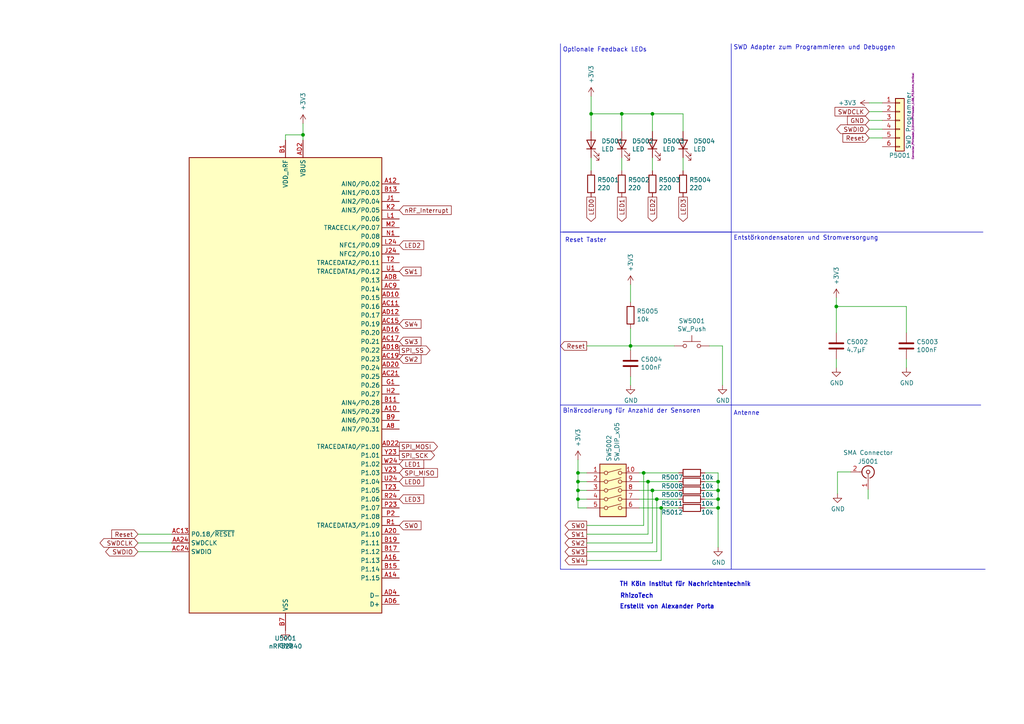
<source format=kicad_sch>
(kicad_sch (version 20200618) (host eeschema "(5.99.0-2142-ge9b99cc8b)")

  (page 1 8)

  (paper "A4")

  (title_block
    (title "Motherboard_Receiver_Shield_nRF52840")
    (date "lun. 30 mars 2015")
  )

  (lib_symbols
    (symbol "Connector:Conn_Coaxial" (pin_names hide)
      (property "Reference" "J" (id 0) (at 0.254 3.048 0)
        (effects (font (size 1.27 1.27)))
      )
      (property "Value" "Conn_Coaxial" (id 1) (at 2.921 0 90)
        (effects (font (size 1.27 1.27)))
      )
      (property "Footprint" "" (id 2) (at 0 0 0)
        (effects (font (size 1.27 1.27)) hide)
      )
      (property "Datasheet" " ~" (id 3) (at 0 0 0)
        (effects (font (size 1.27 1.27)) hide)
      )
      (property "ki_keywords" "BNC SMA SMB SMC coaxial connector CINCH RCA" (id 4) (at 0 0 0)
        (effects (font (size 1.27 1.27)) hide)
      )
      (property "ki_description" "coaxial connector (BNC, SMA, SMB, SMC, Cinch/RCA, ...)" (id 5) (at 0 0 0)
        (effects (font (size 1.27 1.27)) hide)
      )
      (property "ki_fp_filters" "*BNC*\n*SMA*\n*SMB*\n*SMC*\n*Cinch*" (id 6) (at 0 0 0)
        (effects (font (size 1.27 1.27)) hide)
      )
      (symbol "Conn_Coaxial_0_1"
        (arc (start -1.778 0.508) (end 1.778 0) (radius (at -0.0508 0) (length 1.8034) (angles 163.6 0))
          (stroke (width 0.254)) (fill (type none))
        )
        (arc (start 1.778 0) (end -1.778 -0.508) (radius (at -0.0254 0) (length 1.8034) (angles 0 -163.8))
          (stroke (width 0.254)) (fill (type none))
        )
        (circle (center 0 0) (radius 0.508) (stroke (width 0.2032)) (fill (type none)))
        (polyline
          (pts (xy -2.54 0) (xy -0.508 0))
          (stroke (width 0)) (fill (type none))
        )
        (polyline
          (pts (xy 0 -2.54) (xy 0 -1.778))
          (stroke (width 0)) (fill (type none))
        )
      )
      (symbol "Conn_Coaxial_1_1"
        (pin passive line (at -5.08 0 0) (length 2.54)
          (name "In" (effects (font (size 1.27 1.27))))
          (number "1" (effects (font (size 1.27 1.27))))
        )
        (pin passive line (at 0 -5.08 90) (length 2.54)
          (name "Ext" (effects (font (size 1.27 1.27))))
          (number "2" (effects (font (size 1.27 1.27))))
        )
      )
    )
    (symbol "Connector_Generic:Conn_01x06" (pin_names hide)
      (property "Reference" "J" (id 0) (at 0 7.62 0)
        (effects (font (size 1.27 1.27)))
      )
      (property "Value" "Conn_01x06" (id 1) (at 0 -10.16 0)
        (effects (font (size 1.27 1.27)))
      )
      (property "Footprint" "" (id 2) (at 0 0 0)
        (effects (font (size 1.27 1.27)) hide)
      )
      (property "Datasheet" "~" (id 3) (at 0 0 0)
        (effects (font (size 1.27 1.27)) hide)
      )
      (property "ki_keywords" "connector" (id 4) (at 0 0 0)
        (effects (font (size 1.27 1.27)) hide)
      )
      (property "ki_description" "Generic connector, single row, 01x06, script generated (kicad-library-utils/schlib/autogen/connector/)" (id 5) (at 0 0 0)
        (effects (font (size 1.27 1.27)) hide)
      )
      (property "ki_fp_filters" "Connector*:*_1x??_*" (id 6) (at 0 0 0)
        (effects (font (size 1.27 1.27)) hide)
      )
      (symbol "Conn_01x06_1_1"
        (rectangle (start -1.27 -4.953) (end 0 -5.207)
          (stroke (width 0.1524)) (fill (type none))
        )
        (rectangle (start -1.27 -7.493) (end 0 -7.747)
          (stroke (width 0.1524)) (fill (type none))
        )
        (rectangle (start -1.27 -2.413) (end 0 -2.667)
          (stroke (width 0.1524)) (fill (type none))
        )
        (rectangle (start -1.27 2.667) (end 0 2.413)
          (stroke (width 0.1524)) (fill (type none))
        )
        (rectangle (start -1.27 5.207) (end 0 4.953)
          (stroke (width 0.1524)) (fill (type none))
        )
        (rectangle (start -1.27 6.35) (end 1.27 -8.89)
          (stroke (width 0.254)) (fill (type background))
        )
        (rectangle (start -1.27 0.127) (end 0 -0.127)
          (stroke (width 0.1524)) (fill (type none))
        )
        (pin passive line (at -5.08 5.08 0) (length 3.81)
          (name "Pin_1" (effects (font (size 1.27 1.27))))
          (number "1" (effects (font (size 1.27 1.27))))
        )
        (pin passive line (at -5.08 2.54 0) (length 3.81)
          (name "Pin_2" (effects (font (size 1.27 1.27))))
          (number "2" (effects (font (size 1.27 1.27))))
        )
        (pin passive line (at -5.08 0 0) (length 3.81)
          (name "Pin_3" (effects (font (size 1.27 1.27))))
          (number "3" (effects (font (size 1.27 1.27))))
        )
        (pin passive line (at -5.08 -2.54 0) (length 3.81)
          (name "Pin_4" (effects (font (size 1.27 1.27))))
          (number "4" (effects (font (size 1.27 1.27))))
        )
        (pin passive line (at -5.08 -5.08 0) (length 3.81)
          (name "Pin_5" (effects (font (size 1.27 1.27))))
          (number "5" (effects (font (size 1.27 1.27))))
        )
        (pin passive line (at -5.08 -7.62 0) (length 3.81)
          (name "Pin_6" (effects (font (size 1.27 1.27))))
          (number "6" (effects (font (size 1.27 1.27))))
        )
      )
    )
    (symbol "Device:C" (pin_numbers hide) (pin_names (offset 0.254))
      (property "Reference" "C" (id 0) (at 0.635 2.54 0)
        (effects (font (size 1.27 1.27)) (justify left))
      )
      (property "Value" "C" (id 1) (at 0.635 -2.54 0)
        (effects (font (size 1.27 1.27)) (justify left))
      )
      (property "Footprint" "" (id 2) (at 0.9652 -3.81 0)
        (effects (font (size 1.27 1.27)) hide)
      )
      (property "Datasheet" "~" (id 3) (at 0 0 0)
        (effects (font (size 1.27 1.27)) hide)
      )
      (property "ki_keywords" "cap capacitor" (id 4) (at 0 0 0)
        (effects (font (size 1.27 1.27)) hide)
      )
      (property "ki_description" "Unpolarized capacitor" (id 5) (at 0 0 0)
        (effects (font (size 1.27 1.27)) hide)
      )
      (property "ki_fp_filters" "C_*" (id 6) (at 0 0 0)
        (effects (font (size 1.27 1.27)) hide)
      )
      (symbol "C_0_1"
        (polyline
          (pts (xy -2.032 -0.762) (xy 2.032 -0.762))
          (stroke (width 0.508)) (fill (type none))
        )
        (polyline
          (pts (xy -2.032 0.762) (xy 2.032 0.762))
          (stroke (width 0.508)) (fill (type none))
        )
      )
      (symbol "C_1_1"
        (pin passive line (at 0 3.81 270) (length 2.794)
          (name "~" (effects (font (size 1.27 1.27))))
          (number "1" (effects (font (size 1.27 1.27))))
        )
        (pin passive line (at 0 -3.81 90) (length 2.794)
          (name "~" (effects (font (size 1.27 1.27))))
          (number "2" (effects (font (size 1.27 1.27))))
        )
      )
    )
    (symbol "Device:LED" (pin_numbers hide) (pin_names hide)
      (property "Reference" "D" (id 0) (at 0 2.54 0)
        (effects (font (size 1.27 1.27)))
      )
      (property "Value" "LED" (id 1) (at 0 -2.54 0)
        (effects (font (size 1.27 1.27)))
      )
      (property "Footprint" "" (id 2) (at 0 0 0)
        (effects (font (size 1.27 1.27)) hide)
      )
      (property "Datasheet" "~" (id 3) (at 0 0 0)
        (effects (font (size 1.27 1.27)) hide)
      )
      (property "ki_keywords" "LED diode" (id 4) (at 0 0 0)
        (effects (font (size 1.27 1.27)) hide)
      )
      (property "ki_description" "Light emitting diode" (id 5) (at 0 0 0)
        (effects (font (size 1.27 1.27)) hide)
      )
      (property "ki_fp_filters" "LED*\nLED_SMD:*\nLED_THT:*" (id 6) (at 0 0 0)
        (effects (font (size 1.27 1.27)) hide)
      )
      (symbol "LED_0_1"
        (polyline
          (pts (xy -1.27 -1.27) (xy -1.27 1.27))
          (stroke (width 0.254)) (fill (type none))
        )
        (polyline
          (pts (xy -1.27 0) (xy 1.27 0))
          (stroke (width 0)) (fill (type none))
        )
        (polyline
          (pts (xy 1.27 -1.27) (xy 1.27 1.27) (xy -1.27 0) (xy 1.27 -1.27))
          (stroke (width 0.254)) (fill (type none))
        )
        (polyline
          (pts (xy -3.048 -0.762) (xy -4.572 -2.286) (xy -3.81 -2.286) (xy -4.572 -2.286)
               (xy -4.572 -1.524)
          )
          (stroke (width 0)) (fill (type none))
        )
        (polyline
          (pts (xy -1.778 -0.762) (xy -3.302 -2.286) (xy -2.54 -2.286) (xy -3.302 -2.286)
               (xy -3.302 -1.524)
          )
          (stroke (width 0)) (fill (type none))
        )
      )
      (symbol "LED_1_1"
        (pin passive line (at -3.81 0 0) (length 2.54)
          (name "K" (effects (font (size 1.27 1.27))))
          (number "1" (effects (font (size 1.27 1.27))))
        )
        (pin passive line (at 3.81 0 180) (length 2.54)
          (name "A" (effects (font (size 1.27 1.27))))
          (number "2" (effects (font (size 1.27 1.27))))
        )
      )
    )
    (symbol "Device:R" (pin_numbers hide) (pin_names (offset 0))
      (property "Reference" "R" (id 0) (at 2.032 0 90)
        (effects (font (size 1.27 1.27)))
      )
      (property "Value" "R" (id 1) (at 0 0 90)
        (effects (font (size 1.27 1.27)))
      )
      (property "Footprint" "" (id 2) (at -1.778 0 90)
        (effects (font (size 1.27 1.27)) hide)
      )
      (property "Datasheet" "~" (id 3) (at 0 0 0)
        (effects (font (size 1.27 1.27)) hide)
      )
      (property "ki_keywords" "R res resistor" (id 4) (at 0 0 0)
        (effects (font (size 1.27 1.27)) hide)
      )
      (property "ki_description" "Resistor" (id 5) (at 0 0 0)
        (effects (font (size 1.27 1.27)) hide)
      )
      (property "ki_fp_filters" "R_*" (id 6) (at 0 0 0)
        (effects (font (size 1.27 1.27)) hide)
      )
      (symbol "R_0_1"
        (rectangle (start -1.016 -2.54) (end 1.016 2.54)
          (stroke (width 0.254)) (fill (type none))
        )
      )
      (symbol "R_1_1"
        (pin passive line (at 0 3.81 270) (length 1.27)
          (name "~" (effects (font (size 1.27 1.27))))
          (number "1" (effects (font (size 1.27 1.27))))
        )
        (pin passive line (at 0 -3.81 90) (length 1.27)
          (name "~" (effects (font (size 1.27 1.27))))
          (number "2" (effects (font (size 1.27 1.27))))
        )
      )
    )
    (symbol "Switch:SW_DIP_x05" (pin_names (offset 0) hide)
      (property "Reference" "SW" (id 0) (at 0 8.89 0)
        (effects (font (size 1.27 1.27)))
      )
      (property "Value" "SW_DIP_x05" (id 1) (at 0 -8.89 0)
        (effects (font (size 1.27 1.27)))
      )
      (property "Footprint" "" (id 2) (at 0 0 0)
        (effects (font (size 1.27 1.27)) hide)
      )
      (property "Datasheet" "~" (id 3) (at 0 0 0)
        (effects (font (size 1.27 1.27)) hide)
      )
      (property "ki_keywords" "dip switch" (id 4) (at 0 0 0)
        (effects (font (size 1.27 1.27)) hide)
      )
      (property "ki_description" "5x DIP Switch, Single Pole Single Throw (SPST) switch, small symbol" (id 5) (at 0 0 0)
        (effects (font (size 1.27 1.27)) hide)
      )
      (property "ki_fp_filters" "SW?DIP?x5*" (id 6) (at 0 0 0)
        (effects (font (size 1.27 1.27)) hide)
      )
      (symbol "SW_DIP_x05_0_0"
        (circle (center -2.032 -5.08) (radius 0.508) (stroke (width 0)) (fill (type none)))
        (circle (center -2.032 -2.54) (radius 0.508) (stroke (width 0)) (fill (type none)))
        (circle (center -2.032 0) (radius 0.508) (stroke (width 0)) (fill (type none)))
        (circle (center -2.032 2.54) (radius 0.508) (stroke (width 0)) (fill (type none)))
        (circle (center -2.032 5.08) (radius 0.508) (stroke (width 0)) (fill (type none)))
        (circle (center 2.032 -5.08) (radius 0.508) (stroke (width 0)) (fill (type none)))
        (circle (center 2.032 -2.54) (radius 0.508) (stroke (width 0)) (fill (type none)))
        (circle (center 2.032 0) (radius 0.508) (stroke (width 0)) (fill (type none)))
        (circle (center 2.032 2.54) (radius 0.508) (stroke (width 0)) (fill (type none)))
        (circle (center 2.032 5.08) (radius 0.508) (stroke (width 0)) (fill (type none)))
        (polyline
          (pts (xy -1.524 -4.9276) (xy 2.3622 -3.8862))
          (stroke (width 0)) (fill (type none))
        )
        (polyline
          (pts (xy -1.524 -2.3876) (xy 2.3622 -1.3462))
          (stroke (width 0)) (fill (type none))
        )
        (polyline
          (pts (xy -1.524 0.127) (xy 2.3622 1.1684))
          (stroke (width 0)) (fill (type none))
        )
        (polyline
          (pts (xy -1.524 2.667) (xy 2.3622 3.7084))
          (stroke (width 0)) (fill (type none))
        )
        (polyline
          (pts (xy -1.524 5.207) (xy 2.3622 6.2484))
          (stroke (width 0)) (fill (type none))
        )
      )
      (symbol "SW_DIP_x05_0_1"
        (rectangle (start -3.81 7.62) (end 3.81 -7.62)
          (stroke (width 0.254)) (fill (type background))
        )
      )
      (symbol "SW_DIP_x05_1_1"
        (pin passive line (at -7.62 5.08 0) (length 5.08)
          (name "~" (effects (font (size 1.27 1.27))))
          (number "1" (effects (font (size 1.27 1.27))))
        )
        (pin passive line (at 7.62 5.08 180) (length 5.08)
          (name "~" (effects (font (size 1.27 1.27))))
          (number "10" (effects (font (size 1.27 1.27))))
        )
        (pin passive line (at -7.62 2.54 0) (length 5.08)
          (name "~" (effects (font (size 1.27 1.27))))
          (number "2" (effects (font (size 1.27 1.27))))
        )
        (pin passive line (at -7.62 0 0) (length 5.08)
          (name "~" (effects (font (size 1.27 1.27))))
          (number "3" (effects (font (size 1.27 1.27))))
        )
        (pin passive line (at -7.62 -2.54 0) (length 5.08)
          (name "~" (effects (font (size 1.27 1.27))))
          (number "4" (effects (font (size 1.27 1.27))))
        )
        (pin passive line (at -7.62 -5.08 0) (length 5.08)
          (name "~" (effects (font (size 1.27 1.27))))
          (number "5" (effects (font (size 1.27 1.27))))
        )
        (pin passive line (at 7.62 -5.08 180) (length 5.08)
          (name "~" (effects (font (size 1.27 1.27))))
          (number "6" (effects (font (size 1.27 1.27))))
        )
        (pin passive line (at 7.62 -2.54 180) (length 5.08)
          (name "~" (effects (font (size 1.27 1.27))))
          (number "7" (effects (font (size 1.27 1.27))))
        )
        (pin passive line (at 7.62 0 180) (length 5.08)
          (name "~" (effects (font (size 1.27 1.27))))
          (number "8" (effects (font (size 1.27 1.27))))
        )
        (pin passive line (at 7.62 2.54 180) (length 5.08)
          (name "~" (effects (font (size 1.27 1.27))))
          (number "9" (effects (font (size 1.27 1.27))))
        )
      )
    )
    (symbol "Switch:SW_Push" (pin_numbers hide) (pin_names hide)
      (property "Reference" "SW" (id 0) (at 1.27 2.54 0)
        (effects (font (size 1.27 1.27)) (justify left))
      )
      (property "Value" "SW_Push" (id 1) (at 0 -1.524 0)
        (effects (font (size 1.27 1.27)))
      )
      (property "Footprint" "" (id 2) (at 0 5.08 0)
        (effects (font (size 1.27 1.27)) hide)
      )
      (property "Datasheet" "~" (id 3) (at 0 5.08 0)
        (effects (font (size 1.27 1.27)) hide)
      )
      (property "ki_keywords" "switch normally-open pushbutton push-button" (id 4) (at 0 0 0)
        (effects (font (size 1.27 1.27)) hide)
      )
      (property "ki_description" "Push button switch, generic, two pins" (id 5) (at 0 0 0)
        (effects (font (size 1.27 1.27)) hide)
      )
      (symbol "SW_Push_0_1"
        (circle (center -2.032 0) (radius 0.508) (stroke (width 0)) (fill (type none)))
        (circle (center 2.032 0) (radius 0.508) (stroke (width 0)) (fill (type none)))
        (polyline
          (pts (xy 0 1.27) (xy 0 3.048))
          (stroke (width 0)) (fill (type none))
        )
        (polyline
          (pts (xy 2.54 1.27) (xy -2.54 1.27))
          (stroke (width 0)) (fill (type none))
        )
        (pin passive line (at -5.08 0 0) (length 2.54)
          (name "1" (effects (font (size 1.27 1.27))))
          (number "1" (effects (font (size 1.27 1.27))))
        )
        (pin passive line (at 5.08 0 180) (length 2.54)
          (name "2" (effects (font (size 1.27 1.27))))
          (number "2" (effects (font (size 1.27 1.27))))
        )
      )
    )
    (symbol "Waveshare:nRF52840" (pin_names (offset 0.508))
      (property "Reference" "U" (id 0) (at 0 5.08 0)
        (effects (font (size 1.27 1.27)))
      )
      (property "Value" "nRF52840" (id 1) (at 0 2.54 0)
        (effects (font (size 1.27 1.27)))
      )
      (property "Footprint" "Package_DFN_QFN:Nordic_AQFN-73-1EP_7x7mm_P0.5mm" (id 2) (at 0 -73.66 0)
        (effects (font (size 1.27 1.27)) hide)
      )
      (property "Datasheet" "" (id 3) (at -16.51 48.26 0)
        (effects (font (size 1.27 1.27)) hide)
      )
      (property "ki_fp_filters" "Nordic*AQFN*1EP*7x7mm*P0.5mm*" (id 4) (at 0 0 0)
        (effects (font (size 1.27 1.27)) hide)
      )
      (symbol "nRF52840_0_1"
        (rectangle (start -27.94 66.04) (end 27.94 -66.04)
          (stroke (width 0.254)) (fill (type background))
        )
      )
      (symbol "nRF52840_1_1"
        (pin bidirectional line (at 33.02 -7.62 180) (length 5.08)
          (name "AIN5/P0.29" (effects (font (size 1.27 1.27))))
          (number "A10" (effects (font (size 1.27 1.27))))
        )
        (pin bidirectional line (at 33.02 58.42 180) (length 5.08)
          (name "AIN0/P0.02" (effects (font (size 1.27 1.27))))
          (number "A12" (effects (font (size 1.27 1.27))))
        )
        (pin bidirectional line (at 33.02 -55.88 180) (length 5.08)
          (name "P1.15" (effects (font (size 1.27 1.27))))
          (number "A14" (effects (font (size 1.27 1.27))))
        )
        (pin bidirectional line (at 33.02 -50.8 180) (length 5.08)
          (name "P1.13" (effects (font (size 1.27 1.27))))
          (number "A16" (effects (font (size 1.27 1.27))))
        )
        (pin bidirectional line (at 33.02 -43.18 180) (length 5.08)
          (name "P1.10" (effects (font (size 1.27 1.27))))
          (number "A20" (effects (font (size 1.27 1.27))))
        )
        (pin bidirectional line (at 33.02 -12.7 180) (length 5.08)
          (name "AIN7/P0.31" (effects (font (size 1.27 1.27))))
          (number "A8" (effects (font (size 1.27 1.27))))
        )
        (pin input line (at -33.02 -45.72 0) (length 5.08)
          (name "SWDCLK" (effects (font (size 1.27 1.27))))
          (number "AA24" (effects (font (size 1.27 1.27))))
        )
        (pin bidirectional line (at 33.02 22.86 180) (length 5.08)
          (name "P0.16" (effects (font (size 1.27 1.27))))
          (number "AC11" (effects (font (size 1.27 1.27))))
        )
        (pin bidirectional line (at -33.02 -43.18 0) (length 5.08)
          (name "P0.18/~RESET" (effects (font (size 1.27 1.27))))
          (number "AC13" (effects (font (size 1.27 1.27))))
        )
        (pin bidirectional line (at 33.02 17.78 180) (length 5.08)
          (name "P0.19" (effects (font (size 1.27 1.27))))
          (number "AC15" (effects (font (size 1.27 1.27))))
        )
        (pin bidirectional line (at 33.02 12.7 180) (length 5.08)
          (name "P0.21" (effects (font (size 1.27 1.27))))
          (number "AC17" (effects (font (size 1.27 1.27))))
        )
        (pin bidirectional line (at 33.02 7.62 180) (length 5.08)
          (name "P0.23" (effects (font (size 1.27 1.27))))
          (number "AC19" (effects (font (size 1.27 1.27))))
        )
        (pin bidirectional line (at 33.02 2.54 180) (length 5.08)
          (name "P0.25" (effects (font (size 1.27 1.27))))
          (number "AC21" (effects (font (size 1.27 1.27))))
        )
        (pin bidirectional line (at -33.02 -48.26 0) (length 5.08)
          (name "SWDIO" (effects (font (size 1.27 1.27))))
          (number "AC24" (effects (font (size 1.27 1.27))))
        )
        (pin bidirectional line (at 33.02 27.94 180) (length 5.08)
          (name "P0.14" (effects (font (size 1.27 1.27))))
          (number "AC9" (effects (font (size 1.27 1.27))))
        )
        (pin bidirectional line (at 33.02 25.4 180) (length 5.08)
          (name "P0.15" (effects (font (size 1.27 1.27))))
          (number "AD10" (effects (font (size 1.27 1.27))))
        )
        (pin bidirectional line (at 33.02 20.32 180) (length 5.08)
          (name "P0.17" (effects (font (size 1.27 1.27))))
          (number "AD12" (effects (font (size 1.27 1.27))))
        )
        (pin bidirectional line (at 33.02 15.24 180) (length 5.08)
          (name "P0.20" (effects (font (size 1.27 1.27))))
          (number "AD16" (effects (font (size 1.27 1.27))))
        )
        (pin bidirectional line (at 33.02 10.16 180) (length 5.08)
          (name "P0.22" (effects (font (size 1.27 1.27))))
          (number "AD18" (effects (font (size 1.27 1.27))))
        )
        (pin power_in line (at 5.08 71.12 270) (length 5.08)
          (name "VBUS" (effects (font (size 1.27 1.27))))
          (number "AD2" (effects (font (size 1.27 1.27))))
        )
        (pin bidirectional line (at 33.02 5.08 180) (length 5.08)
          (name "P0.24" (effects (font (size 1.27 1.27))))
          (number "AD20" (effects (font (size 1.27 1.27))))
        )
        (pin bidirectional line (at 33.02 -17.78 180) (length 5.08)
          (name "TRACEDATA0/P1.00" (effects (font (size 1.27 1.27))))
          (number "AD22" (effects (font (size 1.27 1.27))))
        )
        (pin bidirectional line (at 33.02 -60.96 180) (length 5.08)
          (name "D-" (effects (font (size 1.27 1.27))))
          (number "AD4" (effects (font (size 1.27 1.27))))
        )
        (pin bidirectional line (at 33.02 -63.5 180) (length 5.08)
          (name "D+" (effects (font (size 1.27 1.27))))
          (number "AD6" (effects (font (size 1.27 1.27))))
        )
        (pin bidirectional line (at 33.02 30.48 180) (length 5.08)
          (name "P0.13" (effects (font (size 1.27 1.27))))
          (number "AD8" (effects (font (size 1.27 1.27))))
        )
        (pin power_in line (at 0 71.12 270) (length 5.08)
          (name "VDD_nRF" (effects (font (size 1.27 1.27))))
          (number "B1" (effects (font (size 1.27 1.27))))
        )
        (pin bidirectional line (at 33.02 -5.08 180) (length 5.08)
          (name "AIN4/P0.28" (effects (font (size 1.27 1.27))))
          (number "B11" (effects (font (size 1.27 1.27))))
        )
        (pin bidirectional line (at 33.02 55.88 180) (length 5.08)
          (name "AIN1/P0.03" (effects (font (size 1.27 1.27))))
          (number "B13" (effects (font (size 1.27 1.27))))
        )
        (pin bidirectional line (at 33.02 -53.34 180) (length 5.08)
          (name "P1.14" (effects (font (size 1.27 1.27))))
          (number "B15" (effects (font (size 1.27 1.27))))
        )
        (pin bidirectional line (at 33.02 -48.26 180) (length 5.08)
          (name "P1.12" (effects (font (size 1.27 1.27))))
          (number "B17" (effects (font (size 1.27 1.27))))
        )
        (pin bidirectional line (at 33.02 -45.72 180) (length 5.08)
          (name "P1.11" (effects (font (size 1.27 1.27))))
          (number "B19" (effects (font (size 1.27 1.27))))
        )
        (pin power_in line (at 0 -71.12 90) (length 5.08)
          (name "VSS" (effects (font (size 1.27 1.27))))
          (number "B7" (effects (font (size 1.27 1.27))))
        )
        (pin bidirectional line (at 33.02 -10.16 180) (length 5.08)
          (name "AIN6/P0.30" (effects (font (size 1.27 1.27))))
          (number "B9" (effects (font (size 1.27 1.27))))
        )
        (pin bidirectional line (at 33.02 0 180) (length 5.08)
          (name "P0.26" (effects (font (size 1.27 1.27))))
          (number "G1" (effects (font (size 1.27 1.27))))
        )
        (pin bidirectional line (at 33.02 -2.54 180) (length 5.08)
          (name "P0.27" (effects (font (size 1.27 1.27))))
          (number "H2" (effects (font (size 1.27 1.27))))
        )
        (pin bidirectional line (at 33.02 53.34 180) (length 5.08)
          (name "AIN2/P0.04" (effects (font (size 1.27 1.27))))
          (number "J1" (effects (font (size 1.27 1.27))))
        )
        (pin bidirectional line (at 33.02 38.1 180) (length 5.08)
          (name "NFC2/P0.10" (effects (font (size 1.27 1.27))))
          (number "J24" (effects (font (size 1.27 1.27))))
        )
        (pin bidirectional line (at 33.02 50.8 180) (length 5.08)
          (name "AIN3/P0.05" (effects (font (size 1.27 1.27))))
          (number "K2" (effects (font (size 1.27 1.27))))
        )
        (pin bidirectional line (at 33.02 48.26 180) (length 5.08)
          (name "P0.06" (effects (font (size 1.27 1.27))))
          (number "L1" (effects (font (size 1.27 1.27))))
        )
        (pin bidirectional line (at 33.02 40.64 180) (length 5.08)
          (name "NFC1/P0.09" (effects (font (size 1.27 1.27))))
          (number "L24" (effects (font (size 1.27 1.27))))
        )
        (pin bidirectional line (at 33.02 45.72 180) (length 5.08)
          (name "TRACECLK/P0.07" (effects (font (size 1.27 1.27))))
          (number "M2" (effects (font (size 1.27 1.27))))
        )
        (pin bidirectional line (at 33.02 43.18 180) (length 5.08)
          (name "P0.08" (effects (font (size 1.27 1.27))))
          (number "N1" (effects (font (size 1.27 1.27))))
        )
        (pin bidirectional line (at 33.02 -38.1 180) (length 5.08)
          (name "P1.08" (effects (font (size 1.27 1.27))))
          (number "P2" (effects (font (size 1.27 1.27))))
        )
        (pin bidirectional line (at 33.02 -35.56 180) (length 5.08)
          (name "P1.07" (effects (font (size 1.27 1.27))))
          (number "P23" (effects (font (size 1.27 1.27))))
        )
        (pin bidirectional line (at 33.02 -40.64 180) (length 5.08)
          (name "TRACEDATA3/P1.09" (effects (font (size 1.27 1.27))))
          (number "R1" (effects (font (size 1.27 1.27))))
        )
        (pin bidirectional line (at 33.02 -33.02 180) (length 5.08)
          (name "P1.06" (effects (font (size 1.27 1.27))))
          (number "R24" (effects (font (size 1.27 1.27))))
        )
        (pin bidirectional line (at 33.02 35.56 180) (length 5.08)
          (name "TRACEDATA2/P0.11" (effects (font (size 1.27 1.27))))
          (number "T2" (effects (font (size 1.27 1.27))))
        )
        (pin bidirectional line (at 33.02 -30.48 180) (length 5.08)
          (name "P1.05" (effects (font (size 1.27 1.27))))
          (number "T23" (effects (font (size 1.27 1.27))))
        )
        (pin bidirectional line (at 33.02 33.02 180) (length 5.08)
          (name "TRACEDATA1/P0.12" (effects (font (size 1.27 1.27))))
          (number "U1" (effects (font (size 1.27 1.27))))
        )
        (pin bidirectional line (at 33.02 -27.94 180) (length 5.08)
          (name "P1.04" (effects (font (size 1.27 1.27))))
          (number "U24" (effects (font (size 1.27 1.27))))
        )
        (pin bidirectional line (at 33.02 -25.4 180) (length 5.08)
          (name "P1.03" (effects (font (size 1.27 1.27))))
          (number "V23" (effects (font (size 1.27 1.27))))
        )
        (pin bidirectional line (at 33.02 -22.86 180) (length 5.08)
          (name "P1.02" (effects (font (size 1.27 1.27))))
          (number "W24" (effects (font (size 1.27 1.27))))
        )
        (pin bidirectional line (at 33.02 -20.32 180) (length 5.08)
          (name "P1.01" (effects (font (size 1.27 1.27))))
          (number "Y23" (effects (font (size 1.27 1.27))))
        )
      )
    )
    (symbol "power:+3.3V" (power) (pin_names (offset 0))
      (property "Reference" "#PWR" (id 0) (at 0 -3.81 0)
        (effects (font (size 1.27 1.27)) hide)
      )
      (property "Value" "+3.3V" (id 1) (at 0 3.556 0)
        (effects (font (size 1.27 1.27)))
      )
      (property "Footprint" "" (id 2) (at 0 0 0)
        (effects (font (size 1.27 1.27)) hide)
      )
      (property "Datasheet" "" (id 3) (at 0 0 0)
        (effects (font (size 1.27 1.27)) hide)
      )
      (property "ki_keywords" "power-flag" (id 4) (at 0 0 0)
        (effects (font (size 1.27 1.27)) hide)
      )
      (property "ki_description" "Power symbol creates a global label with name \"+3.3V\"" (id 5) (at 0 0 0)
        (effects (font (size 1.27 1.27)) hide)
      )
      (symbol "+3.3V_0_1"
        (polyline
          (pts (xy -0.762 1.27) (xy 0 2.54))
          (stroke (width 0)) (fill (type none))
        )
        (polyline
          (pts (xy 0 0) (xy 0 2.54))
          (stroke (width 0)) (fill (type none))
        )
        (polyline
          (pts (xy 0 2.54) (xy 0.762 1.27))
          (stroke (width 0)) (fill (type none))
        )
      )
      (symbol "+3.3V_1_1"
        (pin power_in line (at 0 0 90) (length 0) hide
          (name "+3V3" (effects (font (size 1.27 1.27))))
          (number "1" (effects (font (size 1.27 1.27))))
        )
      )
    )
    (symbol "power:GND" (power) (pin_names (offset 0))
      (property "Reference" "#PWR" (id 0) (at 0 -6.35 0)
        (effects (font (size 1.27 1.27)) hide)
      )
      (property "Value" "GND" (id 1) (at 0 -3.81 0)
        (effects (font (size 1.27 1.27)))
      )
      (property "Footprint" "" (id 2) (at 0 0 0)
        (effects (font (size 1.27 1.27)) hide)
      )
      (property "Datasheet" "" (id 3) (at 0 0 0)
        (effects (font (size 1.27 1.27)) hide)
      )
      (property "ki_keywords" "power-flag" (id 4) (at 0 0 0)
        (effects (font (size 1.27 1.27)) hide)
      )
      (property "ki_description" "Power symbol creates a global label with name \"GND\" , ground" (id 5) (at 0 0 0)
        (effects (font (size 1.27 1.27)) hide)
      )
      (symbol "GND_0_1"
        (polyline
          (pts (xy 0 0) (xy 0 -1.27) (xy 1.27 -1.27) (xy 0 -2.54)
               (xy -1.27 -1.27) (xy 0 -1.27)
          )
          (stroke (width 0)) (fill (type none))
        )
      )
      (symbol "GND_1_1"
        (pin power_in line (at 0 0 270) (length 0) hide
          (name "GND" (effects (font (size 1.27 1.27))))
          (number "1" (effects (font (size 1.27 1.27))))
        )
      )
    )
  )

  (junction (at 87.884 39.116) (diameter 0) (color 0 0 0 0))
  (junction (at 167.64 137.16) (diameter 0) (color 0 0 0 0))
  (junction (at 167.64 139.7) (diameter 0) (color 0 0 0 0))
  (junction (at 167.64 142.24) (diameter 0) (color 0 0 0 0))
  (junction (at 167.64 144.78) (diameter 0) (color 0 0 0 0))
  (junction (at 171.45 33.02) (diameter 0) (color 0 0 0 0))
  (junction (at 180.34 33.02) (diameter 0) (color 0 0 0 0))
  (junction (at 182.88 100.33) (diameter 0) (color 0 0 0 0))
  (junction (at 186.69 137.16) (diameter 0) (color 0 0 0 0))
  (junction (at 187.96 139.7) (diameter 0) (color 0 0 0 0))
  (junction (at 189.23 33.02) (diameter 0) (color 0 0 0 0))
  (junction (at 189.23 142.24) (diameter 0) (color 0 0 0 0))
  (junction (at 190.5 144.78) (diameter 0) (color 0 0 0 0))
  (junction (at 191.77 147.32) (diameter 0) (color 0 0 0 0))
  (junction (at 208.28 139.7) (diameter 0) (color 0 0 0 0))
  (junction (at 208.28 142.24) (diameter 0) (color 0 0 0 0))
  (junction (at 208.28 144.78) (diameter 0) (color 0 0 0 0))
  (junction (at 208.28 147.32) (diameter 0) (color 0 0 0 0))
  (junction (at 242.57 88.9) (diameter 0) (color 0 0 0 0))

  (wire (pts (xy 40.0304 154.94) (xy 49.784 154.94))
    (stroke (width 0) (type solid) (color 0 0 0 0))
  )
  (wire (pts (xy 40.0304 157.48) (xy 49.784 157.48))
    (stroke (width 0) (type solid) (color 0 0 0 0))
  )
  (wire (pts (xy 40.0304 160.02) (xy 49.784 160.02))
    (stroke (width 0) (type solid) (color 0 0 0 0))
  )
  (wire (pts (xy 82.804 39.116) (xy 87.884 39.116))
    (stroke (width 0) (type solid) (color 0 0 0 0))
  )
  (wire (pts (xy 82.804 40.64) (xy 82.804 39.116))
    (stroke (width 0) (type solid) (color 0 0 0 0))
  )
  (wire (pts (xy 87.884 35.814) (xy 87.884 39.116))
    (stroke (width 0) (type solid) (color 0 0 0 0))
  )
  (wire (pts (xy 87.884 39.116) (xy 87.884 40.64))
    (stroke (width 0) (type solid) (color 0 0 0 0))
  )
  (wire (pts (xy 167.64 133.35) (xy 167.64 137.16))
    (stroke (width 0) (type solid) (color 0 0 0 0))
  )
  (wire (pts (xy 167.64 137.16) (xy 167.64 139.7))
    (stroke (width 0) (type solid) (color 0 0 0 0))
  )
  (wire (pts (xy 167.64 139.7) (xy 167.64 142.24))
    (stroke (width 0) (type solid) (color 0 0 0 0))
  )
  (wire (pts (xy 167.64 142.24) (xy 167.64 144.78))
    (stroke (width 0) (type solid) (color 0 0 0 0))
  )
  (wire (pts (xy 167.64 144.78) (xy 167.64 147.32))
    (stroke (width 0) (type solid) (color 0 0 0 0))
  )
  (wire (pts (xy 170.18 100.33) (xy 182.88 100.33))
    (stroke (width 0) (type solid) (color 0 0 0 0))
  )
  (wire (pts (xy 170.18 137.16) (xy 167.64 137.16))
    (stroke (width 0) (type solid) (color 0 0 0 0))
  )
  (wire (pts (xy 170.18 139.7) (xy 167.64 139.7))
    (stroke (width 0) (type solid) (color 0 0 0 0))
  )
  (wire (pts (xy 170.18 142.24) (xy 167.64 142.24))
    (stroke (width 0) (type solid) (color 0 0 0 0))
  )
  (wire (pts (xy 170.18 144.78) (xy 167.64 144.78))
    (stroke (width 0) (type solid) (color 0 0 0 0))
  )
  (wire (pts (xy 170.18 147.32) (xy 167.64 147.32))
    (stroke (width 0) (type solid) (color 0 0 0 0))
  )
  (wire (pts (xy 170.18 152.4) (xy 186.69 152.4))
    (stroke (width 0) (type solid) (color 0 0 0 0))
  )
  (wire (pts (xy 170.18 154.94) (xy 187.96 154.94))
    (stroke (width 0) (type solid) (color 0 0 0 0))
  )
  (wire (pts (xy 170.18 157.48) (xy 189.23 157.48))
    (stroke (width 0) (type solid) (color 0 0 0 0))
  )
  (wire (pts (xy 170.18 160.02) (xy 190.5 160.02))
    (stroke (width 0) (type solid) (color 0 0 0 0))
  )
  (wire (pts (xy 170.18 162.56) (xy 191.77 162.56))
    (stroke (width 0) (type solid) (color 0 0 0 0))
  )
  (wire (pts (xy 171.45 27.94) (xy 171.45 33.02))
    (stroke (width 0) (type solid) (color 0 0 0 0))
  )
  (wire (pts (xy 171.45 33.02) (xy 171.45 38.1))
    (stroke (width 0) (type solid) (color 0 0 0 0))
  )
  (wire (pts (xy 171.45 33.02) (xy 180.34 33.02))
    (stroke (width 0) (type solid) (color 0 0 0 0))
  )
  (wire (pts (xy 171.45 45.72) (xy 171.45 49.53))
    (stroke (width 0) (type solid) (color 0 0 0 0))
  )
  (wire (pts (xy 180.34 33.02) (xy 180.34 38.1))
    (stroke (width 0) (type solid) (color 0 0 0 0))
  )
  (wire (pts (xy 180.34 33.02) (xy 189.23 33.02))
    (stroke (width 0) (type solid) (color 0 0 0 0))
  )
  (wire (pts (xy 180.34 45.72) (xy 180.34 49.53))
    (stroke (width 0) (type solid) (color 0 0 0 0))
  )
  (wire (pts (xy 182.88 87.63) (xy 182.88 82.55))
    (stroke (width 0) (type solid) (color 0 0 0 0))
  )
  (wire (pts (xy 182.88 100.33) (xy 182.88 95.25))
    (stroke (width 0) (type solid) (color 0 0 0 0))
  )
  (wire (pts (xy 182.88 100.33) (xy 195.58 100.33))
    (stroke (width 0) (type solid) (color 0 0 0 0))
  )
  (wire (pts (xy 182.88 101.6) (xy 182.88 100.33))
    (stroke (width 0) (type solid) (color 0 0 0 0))
  )
  (wire (pts (xy 182.88 111.76) (xy 182.88 109.22))
    (stroke (width 0) (type solid) (color 0 0 0 0))
  )
  (wire (pts (xy 185.42 137.16) (xy 186.69 137.16))
    (stroke (width 0) (type solid) (color 0 0 0 0))
  )
  (wire (pts (xy 185.42 139.7) (xy 187.96 139.7))
    (stroke (width 0) (type solid) (color 0 0 0 0))
  )
  (wire (pts (xy 185.42 142.24) (xy 189.23 142.24))
    (stroke (width 0) (type solid) (color 0 0 0 0))
  )
  (wire (pts (xy 185.42 144.78) (xy 190.5 144.78))
    (stroke (width 0) (type solid) (color 0 0 0 0))
  )
  (wire (pts (xy 185.42 147.32) (xy 191.77 147.32))
    (stroke (width 0) (type solid) (color 0 0 0 0))
  )
  (wire (pts (xy 186.69 137.16) (xy 196.85 137.16))
    (stroke (width 0) (type solid) (color 0 0 0 0))
  )
  (wire (pts (xy 186.69 152.4) (xy 186.69 137.16))
    (stroke (width 0) (type solid) (color 0 0 0 0))
  )
  (wire (pts (xy 187.96 139.7) (xy 196.85 139.7))
    (stroke (width 0) (type solid) (color 0 0 0 0))
  )
  (wire (pts (xy 187.96 154.94) (xy 187.96 139.7))
    (stroke (width 0) (type solid) (color 0 0 0 0))
  )
  (wire (pts (xy 189.23 33.02) (xy 189.23 38.1))
    (stroke (width 0) (type solid) (color 0 0 0 0))
  )
  (wire (pts (xy 189.23 33.02) (xy 198.12 33.02))
    (stroke (width 0) (type solid) (color 0 0 0 0))
  )
  (wire (pts (xy 189.23 45.72) (xy 189.23 49.53))
    (stroke (width 0) (type solid) (color 0 0 0 0))
  )
  (wire (pts (xy 189.23 142.24) (xy 196.85 142.24))
    (stroke (width 0) (type solid) (color 0 0 0 0))
  )
  (wire (pts (xy 189.23 157.48) (xy 189.23 142.24))
    (stroke (width 0) (type solid) (color 0 0 0 0))
  )
  (wire (pts (xy 190.5 144.78) (xy 196.85 144.78))
    (stroke (width 0) (type solid) (color 0 0 0 0))
  )
  (wire (pts (xy 190.5 160.02) (xy 190.5 144.78))
    (stroke (width 0) (type solid) (color 0 0 0 0))
  )
  (wire (pts (xy 191.77 147.32) (xy 196.85 147.32))
    (stroke (width 0) (type solid) (color 0 0 0 0))
  )
  (wire (pts (xy 191.77 162.56) (xy 191.77 147.32))
    (stroke (width 0) (type solid) (color 0 0 0 0))
  )
  (wire (pts (xy 198.12 33.02) (xy 198.12 38.1))
    (stroke (width 0) (type solid) (color 0 0 0 0))
  )
  (wire (pts (xy 198.12 45.72) (xy 198.12 49.53))
    (stroke (width 0) (type solid) (color 0 0 0 0))
  )
  (wire (pts (xy 204.47 139.7) (xy 208.28 139.7))
    (stroke (width 0) (type solid) (color 0 0 0 0))
  )
  (wire (pts (xy 204.47 142.24) (xy 208.28 142.24))
    (stroke (width 0) (type solid) (color 0 0 0 0))
  )
  (wire (pts (xy 204.47 144.78) (xy 208.28 144.78))
    (stroke (width 0) (type solid) (color 0 0 0 0))
  )
  (wire (pts (xy 204.47 147.32) (xy 208.28 147.32))
    (stroke (width 0) (type solid) (color 0 0 0 0))
  )
  (wire (pts (xy 205.74 100.33) (xy 209.55 100.33))
    (stroke (width 0) (type solid) (color 0 0 0 0))
  )
  (wire (pts (xy 208.28 137.16) (xy 204.47 137.16))
    (stroke (width 0) (type solid) (color 0 0 0 0))
  )
  (wire (pts (xy 208.28 139.7) (xy 208.28 137.16))
    (stroke (width 0) (type solid) (color 0 0 0 0))
  )
  (wire (pts (xy 208.28 142.24) (xy 208.28 139.7))
    (stroke (width 0) (type solid) (color 0 0 0 0))
  )
  (wire (pts (xy 208.28 144.78) (xy 208.28 142.24))
    (stroke (width 0) (type solid) (color 0 0 0 0))
  )
  (wire (pts (xy 208.28 147.32) (xy 208.28 144.78))
    (stroke (width 0) (type solid) (color 0 0 0 0))
  )
  (wire (pts (xy 208.28 158.75) (xy 208.28 147.32))
    (stroke (width 0) (type solid) (color 0 0 0 0))
  )
  (wire (pts (xy 209.55 111.76) (xy 209.55 100.33))
    (stroke (width 0) (type solid) (color 0 0 0 0))
  )
  (wire (pts (xy 242.57 88.9) (xy 242.57 86.36))
    (stroke (width 0) (type solid) (color 0 0 0 0))
  )
  (wire (pts (xy 242.57 88.9) (xy 242.57 96.52))
    (stroke (width 0) (type solid) (color 0 0 0 0))
  )
  (wire (pts (xy 242.57 88.9) (xy 262.89 88.9))
    (stroke (width 0) (type solid) (color 0 0 0 0))
  )
  (wire (pts (xy 242.57 106.68) (xy 242.57 104.14))
    (stroke (width 0) (type solid) (color 0 0 0 0))
  )
  (wire (pts (xy 242.9002 136.8806) (xy 242.9002 143.2306))
    (stroke (width 0) (type solid) (color 0 0 0 0))
  )
  (wire (pts (xy 246.7102 136.8806) (xy 242.9002 136.8806))
    (stroke (width 0) (type solid) (color 0 0 0 0))
  )
  (wire (pts (xy 251.7902 141.9606) (xy 251.7902 144.7546))
    (stroke (width 0) (type solid) (color 0 0 0 0))
  )
  (wire (pts (xy 252.095 29.845) (xy 255.905 29.845))
    (stroke (width 0) (type solid) (color 0 0 0 0))
  )
  (wire (pts (xy 252.095 32.385) (xy 255.905 32.385))
    (stroke (width 0) (type solid) (color 0 0 0 0))
  )
  (wire (pts (xy 252.095 34.925) (xy 255.905 34.925))
    (stroke (width 0) (type solid) (color 0 0 0 0))
  )
  (wire (pts (xy 252.095 37.465) (xy 255.905 37.465))
    (stroke (width 0) (type solid) (color 0 0 0 0))
  )
  (wire (pts (xy 252.095 40.005) (xy 255.905 40.005))
    (stroke (width 0) (type solid) (color 0 0 0 0))
  )
  (wire (pts (xy 262.89 96.52) (xy 262.89 88.9))
    (stroke (width 0) (type solid) (color 0 0 0 0))
  )
  (wire (pts (xy 262.89 106.68) (xy 262.89 104.14))
    (stroke (width 0) (type solid) (color 0 0 0 0))
  )
  (polyline (pts (xy 162.56 12.7) (xy 162.56 165.1))
    (stroke (width 0) (type solid) (color 0 0 0 0))
  )
  (polyline (pts (xy 162.56 117.475) (xy 284.48 117.475))
    (stroke (width 0) (type solid) (color 0 0 0 0))
  )
  (polyline (pts (xy 162.56 165.1) (xy 285.75 165.1))
    (stroke (width 0) (type solid) (color 0 0 0 0))
  )
  (polyline (pts (xy 163.195 67.31) (xy 285.115 67.31))
    (stroke (width 0) (type solid) (color 0 0 0 0))
  )
  (polyline (pts (xy 212.09 12.7) (xy 212.09 165.1))
    (stroke (width 0) (type solid) (color 0 0 0 0))
  )
  (polyline (pts (xy 212.09 67.31) (xy 162.56 67.31))
    (stroke (width 0) (type solid) (color 0 0 0 0))
  )

  (text "Optionale Feedback LEDs" (at 163.195 15.24 0)
    (effects (font (size 1.27 1.27)) (justify left bottom))
  )
  (text "Binärcodierung für Anzahld der Sensoren" (at 163.195 120.015 0)
    (effects (font (size 1.27 1.27)) (justify left bottom))
  )
  (text "Reset Taster" (at 163.83 70.485 0)
    (effects (font (size 1.27 1.27)) (justify left bottom))
  )
  (text "TH Köln Institut für Nachrichtentechnik" (at 179.6288 170.2816 0)
    (effects (font (size 1.27 1.27) (thickness 0.254) bold) (justify left bottom))
  )
  (text "Erstellt von Alexander Porta" (at 179.6796 176.784 0)
    (effects (font (size 1.27 1.27) (thickness 0.254) bold) (justify left bottom))
  )
  (text "RhizoTech" (at 179.7812 173.6852 0)
    (effects (font (size 1.27 1.27) (thickness 0.254) bold) (justify left bottom))
  )
  (text "SWD Adapter zum Programmieren und Debuggen" (at 212.725 14.605 0)
    (effects (font (size 1.27 1.27)) (justify left bottom))
  )
  (text "Entstörkondensatoren und Stromversorgung" (at 212.725 69.85 0)
    (effects (font (size 1.27 1.27)) (justify left bottom))
  )
  (text "Antenne\n" (at 212.725 120.65 0)
    (effects (font (size 1.27 1.27)) (justify left bottom))
  )

  (global_label "Reset" (shape input) (at 40.0304 154.94 180)
    (effects (font (size 1.27 1.27)) (justify right))
  )
  (global_label "SWDCLK" (shape bidirectional) (at 40.0304 157.48 180)
    (effects (font (size 1.27 1.27)) (justify right))
  )
  (global_label "SWDIO" (shape bidirectional) (at 40.0304 160.02 180)
    (effects (font (size 1.27 1.27)) (justify right))
  )
  (global_label "nRF_Interrupt" (shape input) (at 115.824 60.96 0)
    (effects (font (size 1.27 1.27)) (justify left))
  )
  (global_label "LED2" (shape input) (at 115.824 71.12 0)
    (effects (font (size 1.27 1.27)) (justify left))
  )
  (global_label "SW1" (shape input) (at 115.824 78.74 0)
    (effects (font (size 1.27 1.27)) (justify left))
  )
  (global_label "SW4" (shape input) (at 115.824 93.98 0)
    (effects (font (size 1.27 1.27)) (justify left))
  )
  (global_label "SW3" (shape input) (at 115.824 99.06 0)
    (effects (font (size 1.27 1.27)) (justify left))
  )
  (global_label "SPI_SS" (shape output) (at 115.824 101.6 0)
    (effects (font (size 1.27 1.27)) (justify left))
  )
  (global_label "SW2" (shape input) (at 115.824 104.14 0)
    (effects (font (size 1.27 1.27)) (justify left))
  )
  (global_label "SPI_MOSI" (shape output) (at 115.824 129.54 0)
    (effects (font (size 1.27 1.27)) (justify left))
  )
  (global_label "SPI_SCK" (shape output) (at 115.824 132.08 0)
    (effects (font (size 1.27 1.27)) (justify left))
  )
  (global_label "LED1" (shape input) (at 115.824 134.62 0)
    (effects (font (size 1.27 1.27)) (justify left))
  )
  (global_label "SPI_MISO" (shape input) (at 115.824 137.16 0)
    (effects (font (size 1.27 1.27)) (justify left))
  )
  (global_label "LED0" (shape input) (at 115.824 139.7 0)
    (effects (font (size 1.27 1.27)) (justify left))
  )
  (global_label "LED3" (shape input) (at 115.824 144.78 0)
    (effects (font (size 1.27 1.27)) (justify left))
  )
  (global_label "SW0" (shape input) (at 115.824 152.4 0)
    (effects (font (size 1.27 1.27)) (justify left))
  )
  (global_label "Reset" (shape output) (at 170.18 100.33 180)
    (effects (font (size 1.27 1.27)) (justify right))
  )
  (global_label "SW0" (shape output) (at 170.18 152.4 180)
    (effects (font (size 1.27 1.27)) (justify right))
  )
  (global_label "SW1" (shape output) (at 170.18 154.94 180)
    (effects (font (size 1.27 1.27)) (justify right))
  )
  (global_label "SW2" (shape output) (at 170.18 157.48 180)
    (effects (font (size 1.27 1.27)) (justify right))
  )
  (global_label "SW3" (shape output) (at 170.18 160.02 180)
    (effects (font (size 1.27 1.27)) (justify right))
  )
  (global_label "SW4" (shape output) (at 170.18 162.56 180)
    (effects (font (size 1.27 1.27)) (justify right))
  )
  (global_label "LED0" (shape output) (at 171.45 57.15 270)
    (effects (font (size 1.27 1.27)) (justify right))
  )
  (global_label "LED1" (shape output) (at 180.34 57.15 270)
    (effects (font (size 1.27 1.27)) (justify right))
  )
  (global_label "LED2" (shape output) (at 189.23 57.15 270)
    (effects (font (size 1.27 1.27)) (justify right))
  )
  (global_label "LED3" (shape output) (at 198.12 57.15 270)
    (effects (font (size 1.27 1.27)) (justify right))
  )
  (global_label "SWDCLK" (shape input) (at 252.095 32.385 180)
    (effects (font (size 1.27 1.27)) (justify right))
  )
  (global_label "GND" (shape input) (at 252.095 34.925 180)
    (effects (font (size 1.27 1.27)) (justify right))
  )
  (global_label "SWDIO" (shape bidirectional) (at 252.095 37.465 180)
    (effects (font (size 1.27 1.27)) (justify right))
  )
  (global_label "Reset" (shape input) (at 252.095 40.005 180)
    (effects (font (size 1.27 1.27)) (justify right))
  )

  (symbol (lib_id "power:+3.3V") (at 87.884 35.814 0) (unit 1)
    (in_bom yes) (on_board yes)
    (uuid "00000000-0000-0000-0000-00005db8f92b")
    (property "Reference" "#PWR05003" (id 0) (at 87.884 39.624 0)
      (effects (font (size 1.27 1.27)) hide)
    )
    (property "Value" "+3.3V" (id 1) (at 87.884 29.464 90))
    (property "Footprint" "" (id 2) (at 87.884 35.814 0))
    (property "Datasheet" "" (id 3) (at 87.884 35.814 0))
  )

  (symbol (lib_id "power:+3.3V") (at 167.64 133.35 0) (unit 1)
    (in_bom yes) (on_board yes)
    (uuid "00000000-0000-0000-0000-00005efe7bd7")
    (property "Reference" "#PWR05013" (id 0) (at 167.64 137.16 0)
      (effects (font (size 1.27 1.27)) hide)
    )
    (property "Value" "+3.3V" (id 1) (at 167.64 127 90))
    (property "Footprint" "" (id 2) (at 167.64 133.35 0))
    (property "Datasheet" "" (id 3) (at 167.64 133.35 0))
  )

  (symbol (lib_id "power:+3.3V") (at 171.45 27.94 0) (unit 1)
    (in_bom yes) (on_board yes)
    (uuid "00000000-0000-0000-0000-00005efecd07")
    (property "Reference" "#PWR05001" (id 0) (at 171.45 31.75 0)
      (effects (font (size 1.27 1.27)) hide)
    )
    (property "Value" "+3.3V" (id 1) (at 171.45 21.59 90))
    (property "Footprint" "" (id 2) (at 171.45 27.94 0))
    (property "Datasheet" "" (id 3) (at 171.45 27.94 0))
  )

  (symbol (lib_id "power:+3.3V") (at 182.88 82.55 0) (unit 1)
    (in_bom yes) (on_board yes)
    (uuid "00000000-0000-0000-0000-00005efead0b")
    (property "Reference" "#PWR05004" (id 0) (at 182.88 86.36 0)
      (effects (font (size 1.27 1.27)) hide)
    )
    (property "Value" "+3.3V" (id 1) (at 182.88 76.2 90))
    (property "Footprint" "" (id 2) (at 182.88 82.55 0))
    (property "Datasheet" "" (id 3) (at 182.88 82.55 0))
  )

  (symbol (lib_id "power:+3.3V") (at 242.57 86.36 0) (unit 1)
    (in_bom yes) (on_board yes)
    (uuid "00000000-0000-0000-0000-00005db8869e")
    (property "Reference" "#PWR05006" (id 0) (at 242.57 90.17 0)
      (effects (font (size 1.27 1.27)) hide)
    )
    (property "Value" "+3.3V" (id 1) (at 242.57 80.01 90))
    (property "Footprint" "" (id 2) (at 242.57 86.36 0))
    (property "Datasheet" "" (id 3) (at 242.57 86.36 0))
  )

  (symbol (lib_id "power:+3.3V") (at 252.095 29.845 90) (unit 1)
    (in_bom yes) (on_board yes)
    (uuid "00000000-0000-0000-0000-00005efedd74")
    (property "Reference" "#PWR05002" (id 0) (at 255.905 29.845 0)
      (effects (font (size 1.27 1.27)) hide)
    )
    (property "Value" "+3.3V" (id 1) (at 245.745 29.845 90))
    (property "Footprint" "" (id 2) (at 252.095 29.845 0))
    (property "Datasheet" "" (id 3) (at 252.095 29.845 0))
  )

  (symbol (lib_id "power:GND") (at 82.804 182.88 0) (unit 1)
    (in_bom yes) (on_board yes)
    (uuid "00000000-0000-0000-0000-00005dae2cc7")
    (property "Reference" "#PWR05017" (id 0) (at 82.804 189.23 0)
      (effects (font (size 1.27 1.27)) hide)
    )
    (property "Value" "GND" (id 1) (at 82.931 187.2742 0))
    (property "Footprint" "" (id 2) (at 82.804 182.88 0)
      (effects (font (size 1.27 1.27)) hide)
    )
    (property "Datasheet" "" (id 3) (at 82.804 182.88 0)
      (effects (font (size 1.27 1.27)) hide)
    )
  )

  (symbol (lib_id "power:GND") (at 182.88 111.76 0) (unit 1)
    (in_bom yes) (on_board yes)
    (uuid "00000000-0000-0000-0000-00005db07d24")
    (property "Reference" "#PWR05010" (id 0) (at 182.88 118.11 0)
      (effects (font (size 1.27 1.27)) hide)
    )
    (property "Value" "GND" (id 1) (at 183.007 116.1542 0))
    (property "Footprint" "" (id 2) (at 182.88 111.76 0)
      (effects (font (size 1.27 1.27)) hide)
    )
    (property "Datasheet" "" (id 3) (at 182.88 111.76 0)
      (effects (font (size 1.27 1.27)) hide)
    )
  )

  (symbol (lib_id "power:GND") (at 208.28 158.75 0) (unit 1)
    (in_bom yes) (on_board yes)
    (uuid "00000000-0000-0000-0000-00005dbd2c73")
    (property "Reference" "#PWR05016" (id 0) (at 208.28 165.1 0)
      (effects (font (size 1.27 1.27)) hide)
    )
    (property "Value" "GND" (id 1) (at 208.407 163.1442 0))
    (property "Footprint" "" (id 2) (at 208.28 158.75 0)
      (effects (font (size 1.27 1.27)) hide)
    )
    (property "Datasheet" "" (id 3) (at 208.28 158.75 0)
      (effects (font (size 1.27 1.27)) hide)
    )
  )

  (symbol (lib_id "power:GND") (at 209.55 111.76 0) (unit 1)
    (in_bom yes) (on_board yes)
    (uuid "00000000-0000-0000-0000-00005db12680")
    (property "Reference" "#PWR05011" (id 0) (at 209.55 118.11 0)
      (effects (font (size 1.27 1.27)) hide)
    )
    (property "Value" "GND" (id 1) (at 209.677 116.1542 0))
    (property "Footprint" "" (id 2) (at 209.55 111.76 0)
      (effects (font (size 1.27 1.27)) hide)
    )
    (property "Datasheet" "" (id 3) (at 209.55 111.76 0)
      (effects (font (size 1.27 1.27)) hide)
    )
  )

  (symbol (lib_id "power:GND") (at 242.57 106.68 0) (unit 1)
    (in_bom yes) (on_board yes)
    (uuid "00000000-0000-0000-0000-00005da03249")
    (property "Reference" "#PWR05008" (id 0) (at 242.57 113.03 0)
      (effects (font (size 1.27 1.27)) hide)
    )
    (property "Value" "GND" (id 1) (at 242.697 111.0742 0))
    (property "Footprint" "" (id 2) (at 242.57 106.68 0)
      (effects (font (size 1.27 1.27)) hide)
    )
    (property "Datasheet" "" (id 3) (at 242.57 106.68 0)
      (effects (font (size 1.27 1.27)) hide)
    )
  )

  (symbol (lib_id "power:GND") (at 242.9002 143.2306 0) (unit 1)
    (in_bom yes) (on_board yes)
    (uuid "00000000-0000-0000-0000-00005da54763")
    (property "Reference" "#PWR05012" (id 0) (at 242.9002 149.5806 0)
      (effects (font (size 1.27 1.27)) hide)
    )
    (property "Value" "GND" (id 1) (at 243.0272 147.6248 0))
    (property "Footprint" "" (id 2) (at 242.9002 143.2306 0)
      (effects (font (size 1.27 1.27)) hide)
    )
    (property "Datasheet" "" (id 3) (at 242.9002 143.2306 0)
      (effects (font (size 1.27 1.27)) hide)
    )
  )

  (symbol (lib_id "power:GND") (at 262.89 106.68 0) (unit 1)
    (in_bom yes) (on_board yes)
    (uuid "00000000-0000-0000-0000-00005da12dc9")
    (property "Reference" "#PWR05009" (id 0) (at 262.89 113.03 0)
      (effects (font (size 1.27 1.27)) hide)
    )
    (property "Value" "GND" (id 1) (at 263.017 111.0742 0))
    (property "Footprint" "" (id 2) (at 262.89 106.68 0)
      (effects (font (size 1.27 1.27)) hide)
    )
    (property "Datasheet" "" (id 3) (at 262.89 106.68 0)
      (effects (font (size 1.27 1.27)) hide)
    )
  )

  (symbol (lib_id "Device:R") (at 171.45 53.34 0) (unit 1)
    (in_bom yes) (on_board yes)
    (uuid "00000000-0000-0000-0000-00005e075ded")
    (property "Reference" "R5001" (id 0) (at 173.228 52.1716 0)
      (effects (font (size 1.27 1.27)) (justify left))
    )
    (property "Value" "220" (id 1) (at 173.228 54.483 0)
      (effects (font (size 1.27 1.27)) (justify left))
    )
    (property "Footprint" "Resistor_SMD:R_0603_1608Metric" (id 2) (at 169.672 53.34 90)
      (effects (font (size 1.27 1.27)) hide)
    )
    (property "Datasheet" "~" (id 3) (at 171.45 53.34 0)
      (effects (font (size 1.27 1.27)) hide)
    )
  )

  (symbol (lib_id "Device:R") (at 180.34 53.34 0) (unit 1)
    (in_bom yes) (on_board yes)
    (uuid "00000000-0000-0000-0000-00005da3cba0")
    (property "Reference" "R5002" (id 0) (at 182.118 52.1716 0)
      (effects (font (size 1.27 1.27)) (justify left))
    )
    (property "Value" "220" (id 1) (at 182.118 54.483 0)
      (effects (font (size 1.27 1.27)) (justify left))
    )
    (property "Footprint" "Resistor_SMD:R_0603_1608Metric" (id 2) (at 178.562 53.34 90)
      (effects (font (size 1.27 1.27)) hide)
    )
    (property "Datasheet" "~" (id 3) (at 180.34 53.34 0)
      (effects (font (size 1.27 1.27)) hide)
    )
  )

  (symbol (lib_id "Device:R") (at 182.88 91.44 0) (unit 1)
    (in_bom yes) (on_board yes)
    (uuid "00000000-0000-0000-0000-00005db00e6a")
    (property "Reference" "R5005" (id 0) (at 184.658 90.2716 0)
      (effects (font (size 1.27 1.27)) (justify left))
    )
    (property "Value" "10k" (id 1) (at 184.658 92.583 0)
      (effects (font (size 1.27 1.27)) (justify left))
    )
    (property "Footprint" "Resistor_SMD:R_0603_1608Metric" (id 2) (at 181.102 91.44 90)
      (effects (font (size 1.27 1.27)) hide)
    )
    (property "Datasheet" "~" (id 3) (at 182.88 91.44 0)
      (effects (font (size 1.27 1.27)) hide)
    )
  )

  (symbol (lib_id "Device:R") (at 189.23 53.34 0) (unit 1)
    (in_bom yes) (on_board yes)
    (uuid "00000000-0000-0000-0000-00005da3e57f")
    (property "Reference" "R5003" (id 0) (at 191.008 52.1716 0)
      (effects (font (size 1.27 1.27)) (justify left))
    )
    (property "Value" "220" (id 1) (at 191.008 54.483 0)
      (effects (font (size 1.27 1.27)) (justify left))
    )
    (property "Footprint" "Resistor_SMD:R_0603_1608Metric" (id 2) (at 187.452 53.34 90)
      (effects (font (size 1.27 1.27)) hide)
    )
    (property "Datasheet" "~" (id 3) (at 189.23 53.34 0)
      (effects (font (size 1.27 1.27)) hide)
    )
  )

  (symbol (lib_id "Device:R") (at 198.12 53.34 0) (unit 1)
    (in_bom yes) (on_board yes)
    (uuid "00000000-0000-0000-0000-00005da3f462")
    (property "Reference" "R5004" (id 0) (at 199.898 52.1716 0)
      (effects (font (size 1.27 1.27)) (justify left))
    )
    (property "Value" "220" (id 1) (at 199.898 54.483 0)
      (effects (font (size 1.27 1.27)) (justify left))
    )
    (property "Footprint" "Resistor_SMD:R_0603_1608Metric" (id 2) (at 196.342 53.34 90)
      (effects (font (size 1.27 1.27)) hide)
    )
    (property "Datasheet" "~" (id 3) (at 198.12 53.34 0)
      (effects (font (size 1.27 1.27)) hide)
    )
  )

  (symbol (lib_id "Device:R") (at 200.66 137.16 90) (unit 1)
    (in_bom yes) (on_board yes)
    (uuid "00000000-0000-0000-0000-00005dbd041a")
    (property "Reference" "R5007" (id 0) (at 198.12 138.43 90)
      (effects (font (size 1.27 1.27)) (justify left))
    )
    (property "Value" "10k" (id 1) (at 207.01 138.43 90)
      (effects (font (size 1.27 1.27)) (justify left))
    )
    (property "Footprint" "Resistor_SMD:R_0603_1608Metric" (id 2) (at 200.66 138.938 90)
      (effects (font (size 1.27 1.27)) hide)
    )
    (property "Datasheet" "~" (id 3) (at 200.66 137.16 0)
      (effects (font (size 1.27 1.27)) hide)
    )
  )

  (symbol (lib_id "Device:R") (at 200.66 139.7 90) (unit 1)
    (in_bom yes) (on_board yes)
    (uuid "00000000-0000-0000-0000-00005dbcf94b")
    (property "Reference" "R5008" (id 0) (at 198.12 140.97 90)
      (effects (font (size 1.27 1.27)) (justify left))
    )
    (property "Value" "10k" (id 1) (at 207.01 140.97 90)
      (effects (font (size 1.27 1.27)) (justify left))
    )
    (property "Footprint" "Resistor_SMD:R_0603_1608Metric" (id 2) (at 200.66 141.478 90)
      (effects (font (size 1.27 1.27)) hide)
    )
    (property "Datasheet" "~" (id 3) (at 200.66 139.7 0)
      (effects (font (size 1.27 1.27)) hide)
    )
  )

  (symbol (lib_id "Device:R") (at 200.66 142.24 90) (unit 1)
    (in_bom yes) (on_board yes)
    (uuid "00000000-0000-0000-0000-00005dbcf1d7")
    (property "Reference" "R5009" (id 0) (at 198.12 143.51 90)
      (effects (font (size 1.27 1.27)) (justify left))
    )
    (property "Value" "10k" (id 1) (at 207.01 143.51 90)
      (effects (font (size 1.27 1.27)) (justify left))
    )
    (property "Footprint" "Resistor_SMD:R_0603_1608Metric" (id 2) (at 200.66 144.018 90)
      (effects (font (size 1.27 1.27)) hide)
    )
    (property "Datasheet" "~" (id 3) (at 200.66 142.24 0)
      (effects (font (size 1.27 1.27)) hide)
    )
  )

  (symbol (lib_id "Device:R") (at 200.66 144.78 90) (unit 1)
    (in_bom yes) (on_board yes)
    (uuid "00000000-0000-0000-0000-00005e075df1")
    (property "Reference" "R5011" (id 0) (at 198.12 146.05 90)
      (effects (font (size 1.27 1.27)) (justify left))
    )
    (property "Value" "10k" (id 1) (at 207.01 146.05 90)
      (effects (font (size 1.27 1.27)) (justify left))
    )
    (property "Footprint" "Resistor_SMD:R_0603_1608Metric" (id 2) (at 200.66 146.558 90)
      (effects (font (size 1.27 1.27)) hide)
    )
    (property "Datasheet" "~" (id 3) (at 200.66 144.78 0)
      (effects (font (size 1.27 1.27)) hide)
    )
  )

  (symbol (lib_id "Device:R") (at 200.66 147.32 90) (unit 1)
    (in_bom yes) (on_board yes)
    (uuid "00000000-0000-0000-0000-00005dbacde2")
    (property "Reference" "R5012" (id 0) (at 198.12 148.59 90)
      (effects (font (size 1.27 1.27)) (justify left))
    )
    (property "Value" "10k" (id 1) (at 207.01 148.59 90)
      (effects (font (size 1.27 1.27)) (justify left))
    )
    (property "Footprint" "Resistor_SMD:R_0603_1608Metric" (id 2) (at 200.66 149.098 90)
      (effects (font (size 1.27 1.27)) hide)
    )
    (property "Datasheet" "~" (id 3) (at 200.66 147.32 0)
      (effects (font (size 1.27 1.27)) hide)
    )
  )

  (symbol (lib_id "Device:LED") (at 171.45 41.91 90) (unit 1)
    (in_bom yes) (on_board yes)
    (uuid "00000000-0000-0000-0000-00005e075dec")
    (property "Reference" "D5001" (id 0) (at 174.4218 40.9194 90)
      (effects (font (size 1.27 1.27)) (justify right))
    )
    (property "Value" "LED" (id 1) (at 174.4218 43.2308 90)
      (effects (font (size 1.27 1.27)) (justify right))
    )
    (property "Footprint" "LED_SMD:LED_0603_1608Metric" (id 2) (at 171.45 41.91 0)
      (effects (font (size 1.27 1.27)) hide)
    )
    (property "Datasheet" "~" (id 3) (at 171.45 41.91 0)
      (effects (font (size 1.27 1.27)) hide)
    )
  )

  (symbol (lib_id "Device:LED") (at 180.34 41.91 90) (unit 1)
    (in_bom yes) (on_board yes)
    (uuid "00000000-0000-0000-0000-00005da338ce")
    (property "Reference" "D5002" (id 0) (at 183.3118 40.9194 90)
      (effects (font (size 1.27 1.27)) (justify right))
    )
    (property "Value" "LED" (id 1) (at 183.3118 43.2308 90)
      (effects (font (size 1.27 1.27)) (justify right))
    )
    (property "Footprint" "LED_SMD:LED_0603_1608Metric" (id 2) (at 180.34 41.91 0)
      (effects (font (size 1.27 1.27)) hide)
    )
    (property "Datasheet" "~" (id 3) (at 180.34 41.91 0)
      (effects (font (size 1.27 1.27)) hide)
    )
  )

  (symbol (lib_id "Device:LED") (at 189.23 41.91 90) (unit 1)
    (in_bom yes) (on_board yes)
    (uuid "00000000-0000-0000-0000-00005da34aae")
    (property "Reference" "D5003" (id 0) (at 192.2018 40.9194 90)
      (effects (font (size 1.27 1.27)) (justify right))
    )
    (property "Value" "LED" (id 1) (at 192.2018 43.2308 90)
      (effects (font (size 1.27 1.27)) (justify right))
    )
    (property "Footprint" "LED_SMD:LED_0603_1608Metric" (id 2) (at 189.23 41.91 0)
      (effects (font (size 1.27 1.27)) hide)
    )
    (property "Datasheet" "~" (id 3) (at 189.23 41.91 0)
      (effects (font (size 1.27 1.27)) hide)
    )
  )

  (symbol (lib_id "Device:LED") (at 198.12 41.91 90) (unit 1)
    (in_bom yes) (on_board yes)
    (uuid "00000000-0000-0000-0000-00005da34abf")
    (property "Reference" "D5004" (id 0) (at 201.0918 40.9194 90)
      (effects (font (size 1.27 1.27)) (justify right))
    )
    (property "Value" "LED" (id 1) (at 201.0918 43.2308 90)
      (effects (font (size 1.27 1.27)) (justify right))
    )
    (property "Footprint" "LED_SMD:LED_0603_1608Metric" (id 2) (at 198.12 41.91 0)
      (effects (font (size 1.27 1.27)) hide)
    )
    (property "Datasheet" "~" (id 3) (at 198.12 41.91 0)
      (effects (font (size 1.27 1.27)) hide)
    )
  )

  (symbol (lib_id "Device:C") (at 182.88 105.41 0) (unit 1)
    (in_bom yes) (on_board yes)
    (uuid "00000000-0000-0000-0000-00005db0251f")
    (property "Reference" "C5004" (id 0) (at 185.801 104.2416 0)
      (effects (font (size 1.27 1.27)) (justify left))
    )
    (property "Value" "100nF" (id 1) (at 185.801 106.553 0)
      (effects (font (size 1.27 1.27)) (justify left))
    )
    (property "Footprint" "Capacitor_SMD:C_0603_1608Metric_Pad1.05x0.95mm_HandSolder" (id 2) (at 183.8452 109.22 0)
      (effects (font (size 1.27 1.27)) hide)
    )
    (property "Datasheet" "~" (id 3) (at 182.88 105.41 0)
      (effects (font (size 1.27 1.27)) hide)
    )
  )

  (symbol (lib_id "Device:C") (at 242.57 100.33 0) (unit 1)
    (in_bom yes) (on_board yes)
    (uuid "00000000-0000-0000-0000-00005da03238")
    (property "Reference" "C5002" (id 0) (at 245.491 99.1616 0)
      (effects (font (size 1.27 1.27)) (justify left))
    )
    (property "Value" "4.7µF" (id 1) (at 245.491 101.473 0)
      (effects (font (size 1.27 1.27)) (justify left))
    )
    (property "Footprint" "Capacitor_SMD:C_0603_1608Metric_Pad1.05x0.95mm_HandSolder" (id 2) (at 243.5352 104.14 0)
      (effects (font (size 1.27 1.27)) hide)
    )
    (property "Datasheet" "~" (id 3) (at 242.57 100.33 0)
      (effects (font (size 1.27 1.27)) hide)
    )
  )

  (symbol (lib_id "Device:C") (at 262.89 100.33 0) (unit 1)
    (in_bom yes) (on_board yes)
    (uuid "00000000-0000-0000-0000-00005da12db8")
    (property "Reference" "C5003" (id 0) (at 265.811 99.1616 0)
      (effects (font (size 1.27 1.27)) (justify left))
    )
    (property "Value" "100nF" (id 1) (at 265.811 101.473 0)
      (effects (font (size 1.27 1.27)) (justify left))
    )
    (property "Footprint" "Capacitor_SMD:C_0603_1608Metric_Pad1.05x0.95mm_HandSolder" (id 2) (at 263.8552 104.14 0)
      (effects (font (size 1.27 1.27)) hide)
    )
    (property "Datasheet" "~" (id 3) (at 262.89 100.33 0)
      (effects (font (size 1.27 1.27)) hide)
    )
  )

  (symbol (lib_id "Switch:SW_Push") (at 200.66 100.33 0) (unit 1)
    (in_bom yes) (on_board yes)
    (uuid "00000000-0000-0000-0000-00005db0f67b")
    (property "Reference" "SW5001" (id 0) (at 200.66 93.091 0))
    (property "Value" "SW_Push" (id 1) (at 200.66 95.4024 0))
    (property "Footprint" "Button_Switch_SMD:SW_SPST_EVQQ2" (id 2) (at 200.66 95.25 0)
      (effects (font (size 1.27 1.27)) hide)
    )
    (property "Datasheet" "~" (id 3) (at 200.66 95.25 0)
      (effects (font (size 1.27 1.27)) hide)
    )
  )

  (symbol (lib_id "Connector:Conn_Coaxial") (at 251.7902 136.8806 270) (mirror x) (unit 1)
    (in_bom yes) (on_board yes)
    (uuid "00000000-0000-0000-0000-00005d98bf64")
    (property "Reference" "J5001" (id 0) (at 251.7902 133.8326 90))
    (property "Value" "SMA Connector" (id 1) (at 251.7902 131.2926 90))
    (property "Footprint" "Connector_Coaxial:U.FL_Molex_MCRF_73412-0110_Vertical" (id 2) (at 251.7902 136.8806 0)
      (effects (font (size 1.27 1.27)) hide)
    )
    (property "Datasheet" " ~" (id 3) (at 251.7902 136.8806 0)
      (effects (font (size 1.27 1.27)) hide)
    )
  )

  (symbol (lib_id "Connector_Generic:Conn_01x06") (at 260.985 34.925 0) (unit 1)
    (in_bom yes) (on_board yes)
    (uuid "00000000-0000-0000-0000-00005d999334")
    (property "Reference" "P5001" (id 0) (at 260.985 45.085 0))
    (property "Value" "SWD Programmer" (id 1) (at 263.525 34.925 90))
    (property "Footprint" "Connector_PinHeader_2.54mm:PinHeader_1x06_P2.54mm_Vertical" (id 2) (at 264.795 33.655 90)
      (effects (font (size 0.508 0.508)))
    )
    (property "Datasheet" "" (id 3) (at 260.985 34.925 0))
  )

  (symbol (lib_id "Switch:SW_DIP_x05") (at 177.8 142.24 0) (unit 1)
    (in_bom yes) (on_board yes)
    (uuid "00000000-0000-0000-0000-00005db99381")
    (property "Reference" "SW5002" (id 0) (at 176.6316 133.858 90)
      (effects (font (size 1.27 1.27)) (justify left))
    )
    (property "Value" "SW_DIP_x05" (id 1) (at 178.943 133.858 90)
      (effects (font (size 1.27 1.27)) (justify left))
    )
    (property "Footprint" "Button_Switch_SMD:SW_DIP_SPSTx05_Slide_KingTek_DSHP05TJ_W5.25mm_P1.27mm_JPin" (id 2) (at 177.8 142.24 0)
      (effects (font (size 1.27 1.27)) hide)
    )
    (property "Datasheet" "~" (id 3) (at 177.8 142.24 0)
      (effects (font (size 1.27 1.27)) hide)
    )
  )

  (symbol (lib_id "Waveshare:nRF52840") (at 82.804 111.76 0) (unit 1)
    (in_bom yes) (on_board yes)
    (uuid "00000000-0000-0000-0000-00005dc4103a")
    (property "Reference" "U5001" (id 0) (at 82.804 185.1406 0))
    (property "Value" "nRF52840" (id 1) (at 82.804 187.452 0))
    (property "Footprint" "Rhizo_Receiver_Shield_final_Module:Waveshare_nRF528840" (id 2) (at 82.804 185.42 0)
      (effects (font (size 1.27 1.27)) hide)
    )
    (property "Datasheet" "" (id 3) (at 66.294 63.5 0)
      (effects (font (size 1.27 1.27)) hide)
    )
  )
)

</source>
